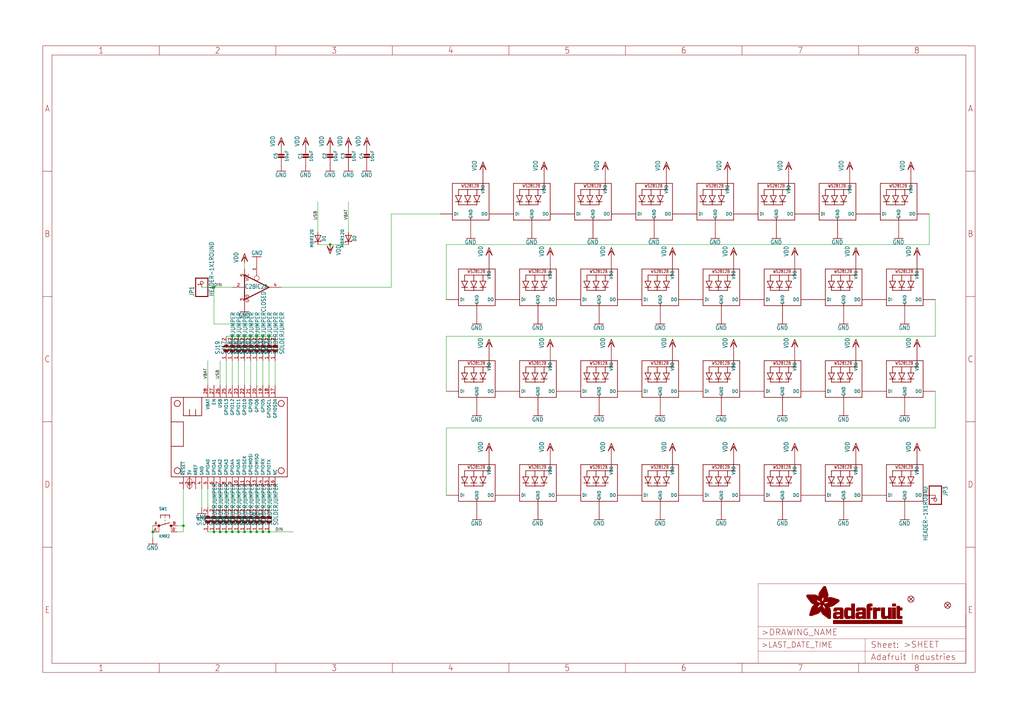
<source format=kicad_sch>
(kicad_sch (version 20211123) (generator eeschema)
  (paper "User" 425.45 299.161)
  (lib_symbols
    (symbol "schematicEagle-eagle-import:741G125DBV"
      (property "Reference" "IC" (at -0.635 -0.635 0))
      (symbol "741G125DBV_1_0"
        (pin input line (at 0 10.16 270) (length 5.08) (name "OE") (number "1"))
        (pin input line (at -10.16 0 0) (length 5.08) (name "I") (number "2"))
        (pin tri_state line (at 10.16 0 180) (length 5.08) (name "O") (number "4"))
      )
      (symbol "741G125DBV_2_0"
        (text "GND" (at 1.905 -6.35 900) (effects (font (size 1.27 1.0795)) (justify left bottom)))
        (text "VCC" (at 1.905 2.54 900) (effects (font (size 1.27 1.0795)) (justify left bottom)))
        (pin power_in line (at 0 -7.62 90) (length 5.08) (name "GND") (number "3"))
        (pin power_in line (at 0 7.62 270) (length 5.08) (name "VCC") (number "5"))
      )
    )
    (symbol "schematicEagle-eagle-import:CAP_CERAMIC0805-NOOUTLINE"
      (property "Reference" "C" (at -2.29 1.25 90))
      (property "Value" "CAP_CERAMIC0805-NOOUTLINE" (at 2.3 1.25 90))
      (symbol "CAP_CERAMIC0805-NOOUTLINE_1_0"
        (pin passive line (at 0 5.08 270) (length 2.54) (name "1") (number "1"))
        (pin passive line (at 0 -2.54 90) (length 2.54) (name "2") (number "2"))
      )
    )
    (symbol "schematicEagle-eagle-import:DIODE-SCHOTTKYSOD-123"
      (property "Reference" "D" (at 0 2.54 0))
      (property "Value" "DIODE-SCHOTTKYSOD-123" (at 0 -2.5 0))
      (symbol "DIODE-SCHOTTKYSOD-123_1_0"
        (pin passive line (at -2.54 0 0) (length 2.54) (name "A") (number "A"))
        (pin passive line (at 2.54 0 180) (length 2.54) (name "C") (number "C"))
      )
    )
    (symbol "schematicEagle-eagle-import:FEATHERWING"
      (symbol "FEATHERWING_1_0"
        (pin input line (at 5.08 -5.08 90) (length 5.08) (name "~{RESET}") (number "1"))
        (pin bidirectional line (at 27.94 -5.08 90) (length 5.08) (name "GPIOA5") (number "10"))
        (pin bidirectional line (at 30.48 -5.08 90) (length 5.08) (name "GPIOSCK") (number "11"))
        (pin bidirectional line (at 33.02 -5.08 90) (length 5.08) (name "GPIOMOSI") (number "12"))
        (pin bidirectional line (at 35.56 -5.08 90) (length 5.08) (name "GPIOMISO") (number "13"))
        (pin bidirectional line (at 38.1 -5.08 90) (length 5.08) (name "GPIORX") (number "14"))
        (pin bidirectional line (at 40.64 -5.08 90) (length 5.08) (name "GPIOTX") (number "15"))
        (pin passive line (at 43.18 -5.08 90) (length 5.08) (name "NC") (number "16"))
        (pin bidirectional line (at 43.18 38.1 270) (length 5.08) (name "GPIOSDA") (number "17"))
        (pin bidirectional line (at 40.64 38.1 270) (length 5.08) (name "GPIOSCL") (number "18"))
        (pin bidirectional line (at 38.1 38.1 270) (length 5.08) (name "GPIO5") (number "19"))
        (pin power_in line (at 7.62 -5.08 90) (length 5.08) (name "3V") (number "2"))
        (pin bidirectional line (at 35.56 38.1 270) (length 5.08) (name "GPIO6") (number "20"))
        (pin bidirectional line (at 33.02 38.1 270) (length 5.08) (name "GPIO9") (number "21"))
        (pin bidirectional line (at 30.48 38.1 270) (length 5.08) (name "GPIO10") (number "22"))
        (pin bidirectional line (at 27.94 38.1 270) (length 5.08) (name "GPIO11") (number "23"))
        (pin bidirectional line (at 25.4 38.1 270) (length 5.08) (name "GPIO12") (number "24"))
        (pin bidirectional line (at 22.86 38.1 270) (length 5.08) (name "GPIO13") (number "25"))
        (pin power_in line (at 20.32 38.1 270) (length 5.08) (name "USB") (number "26"))
        (pin passive line (at 17.78 38.1 270) (length 5.08) (name "EN") (number "27"))
        (pin power_in line (at 15.24 38.1 270) (length 5.08) (name "VBAT") (number "28"))
        (pin passive line (at 10.16 -5.08 90) (length 5.08) (name "AREF") (number "3"))
        (pin power_in line (at 12.7 -5.08 90) (length 5.08) (name "GND") (number "4"))
        (pin bidirectional line (at 15.24 -5.08 90) (length 5.08) (name "GPIOA0") (number "5"))
        (pin bidirectional line (at 17.78 -5.08 90) (length 5.08) (name "GPIOA1") (number "6"))
        (pin bidirectional line (at 20.32 -5.08 90) (length 5.08) (name "GPIOA2") (number "7"))
        (pin bidirectional line (at 22.86 -5.08 90) (length 5.08) (name "GPIOA3") (number "8"))
        (pin bidirectional line (at 25.4 -5.08 90) (length 5.08) (name "GPIOA4") (number "9"))
      )
    )
    (symbol "schematicEagle-eagle-import:FIDUCIAL{dblquote}{dblquote}")
    (symbol "schematicEagle-eagle-import:FRAME_A3_ADAFRUIT"
      (symbol "FRAME_A3_ADAFRUIT_0_0"
        (text "1" (at 24.2094 1.905 0) (effects (font (size 2.54 2.286))))
        (text "1" (at 24.2094 258.445 0) (effects (font (size 2.54 2.286))))
        (text "2" (at 72.6281 1.905 0) (effects (font (size 2.54 2.286))))
        (text "2" (at 72.6281 258.445 0) (effects (font (size 2.54 2.286))))
        (text "3" (at 121.0469 1.905 0) (effects (font (size 2.54 2.286))))
        (text "3" (at 121.0469 258.445 0) (effects (font (size 2.54 2.286))))
        (text "4" (at 169.4656 1.905 0) (effects (font (size 2.54 2.286))))
        (text "4" (at 169.4656 258.445 0) (effects (font (size 2.54 2.286))))
        (text "5" (at 217.8844 1.905 0) (effects (font (size 2.54 2.286))))
        (text "5" (at 217.8844 258.445 0) (effects (font (size 2.54 2.286))))
        (text "6" (at 266.3031 1.905 0) (effects (font (size 2.54 2.286))))
        (text "6" (at 266.3031 258.445 0) (effects (font (size 2.54 2.286))))
        (text "7" (at 314.7219 1.905 0) (effects (font (size 2.54 2.286))))
        (text "7" (at 314.7219 258.445 0) (effects (font (size 2.54 2.286))))
        (text "8" (at 363.1406 1.905 0) (effects (font (size 2.54 2.286))))
        (text "8" (at 363.1406 258.445 0) (effects (font (size 2.54 2.286))))
        (text "A" (at 1.905 234.315 0) (effects (font (size 2.54 2.286))))
        (text "A" (at 385.445 234.315 0) (effects (font (size 2.54 2.286))))
        (text "B" (at 1.905 182.245 0) (effects (font (size 2.54 2.286))))
        (text "B" (at 385.445 182.245 0) (effects (font (size 2.54 2.286))))
        (text "C" (at 1.905 130.175 0) (effects (font (size 2.54 2.286))))
        (text "C" (at 385.445 130.175 0) (effects (font (size 2.54 2.286))))
        (text "D" (at 1.905 78.105 0) (effects (font (size 2.54 2.286))))
        (text "D" (at 385.445 78.105 0) (effects (font (size 2.54 2.286))))
        (text "E" (at 1.905 26.035 0) (effects (font (size 2.54 2.286))))
        (text "E" (at 385.445 26.035 0) (effects (font (size 2.54 2.286))))
      )
      (symbol "FRAME_A3_ADAFRUIT_1_0"
        (text ">DRAWING_NAME" (at 298.45 15.24 0) (effects (font (size 2.54 2.54)) (justify left bottom)))
        (text ">LAST_DATE_TIME" (at 298.45 10.16 0) (effects (font (size 2.286 2.286)) (justify left bottom)))
        (text ">SHEET" (at 357.505 10.16 0) (effects (font (size 2.54 2.54)) (justify left bottom)))
        (text "Adafruit Industries" (at 343.916 4.953 0) (effects (font (size 2.54 2.54)) (justify left bottom)))
        (text "Sheet:" (at 343.916 10.033 0) (effects (font (size 2.54 2.54)) (justify left bottom)))
      )
    )
    (symbol "schematicEagle-eagle-import:GND" (power)
      (property "Value" "GND" (at -2.54 -2.54 0))
      (symbol "GND_1_0"
        (pin power_in line (at 0 2.54 270) (length 2.54) (name "GND") (number "1"))
      )
    )
    (symbol "schematicEagle-eagle-import:HEADER-1X1ROUND"
      (property "Reference" "JP" (at -6.35 3.175 0))
      (property "Value" "HEADER-1X1ROUND" (at -6.35 -5.08 0))
      (symbol "HEADER-1X1ROUND_1_0"
        (pin passive inverted (at -2.54 0 0) (length 2.54) (name "1") (number "1"))
      )
    )
    (symbol "schematicEagle-eagle-import:SOLDERJUMPER"
      (property "Reference" "SJ" (at -2.54 2.54 0))
      (property "Value" "SOLDERJUMPER" (at -2.54 -3.81 0))
      (symbol "SOLDERJUMPER_1_0"
        (pin passive line (at -5.08 0 0) (length 2.54) (name "1") (number "1"))
        (pin passive line (at 5.08 0 180) (length 2.54) (name "2") (number "2"))
      )
    )
    (symbol "schematicEagle-eagle-import:SOLDERJUMPERCLOSED"
      (property "Reference" "SJ" (at -2.54 2.54 0))
      (property "Value" "SOLDERJUMPERCLOSED" (at -2.54 -3.81 0))
      (symbol "SOLDERJUMPERCLOSED_1_0"
        (pin passive line (at -5.08 0 0) (length 2.54) (name "1") (number "1"))
        (pin passive line (at 5.08 0 180) (length 2.54) (name "2") (number "2"))
      )
    )
    (symbol "schematicEagle-eagle-import:SWITCH_TACT_SMT4.6X2.8"
      (property "Reference" "SW" (at -2.54 6.35 0))
      (property "Value" "SWITCH_TACT_SMT4.6X2.8" (at -2.54 -5.08 0))
      (symbol "SWITCH_TACT_SMT4.6X2.8_1_0"
        (pin passive line (at -5.08 0 0) (length 2.54) (name "P") (number "A"))
        (pin passive line (at -5.08 -2.54 0) (length 2.54) (name "P1") (number "A'"))
        (pin passive line (at 5.08 0 180) (length 2.54) (name "S") (number "B"))
        (pin passive line (at 5.08 -2.54 180) (length 2.54) (name "S1") (number "B'"))
      )
    )
    (symbol "schematicEagle-eagle-import:VDD" (power)
      (property "Value" "VDD" (at -2.54 -2.54 90))
      (symbol "VDD_1_0"
        (pin power_in line (at 0 -2.54 90) (length 2.54) (name "VDD") (number "1"))
      )
    )
    (symbol "schematicEagle-eagle-import:WS2812B3535"
      (symbol "WS2812B3535_1_0"
        (text "WS2812B" (at -4.064 8.382 0) (effects (font (size 1.27 1.0795)) (justify left bottom)))
        (pin input line (at -12.7 -2.54 0) (length 5.08) (name "DI") (number "1"))
        (pin power_in line (at 5.08 15.24 270) (length 5.08) (name "VDD") (number "2"))
        (pin output line (at 12.7 -2.54 180) (length 5.08) (name "DO") (number "3"))
        (pin power_in line (at 0 -10.16 90) (length 5.08) (name "GND") (number "4"))
      )
    )
  )
  (junction (at 88.9 220.98))
  (junction (at 106.68 220.98))
  (junction (at 109.22 220.98))
  (junction (at 137.16 101.6))
  (junction (at 101.6 139.7))
  (junction (at 104.14 139.7))
  (junction (at 96.52 220.98))
  (junction (at 63.5 220.98))
  (junction (at 99.06 220.98))
  (junction (at 106.68 139.7))
  (junction (at 111.76 220.98))
  (junction (at 93.98 220.98))
  (junction (at 104.14 220.98))
  (junction (at 99.06 139.7))
  (junction (at 101.6 220.98))
  (junction (at 88.9 119.38))
  (junction (at 96.52 139.7))
  (junction (at 91.44 220.98))
  (junction (at 111.76 139.7))
  (junction (at 76.2 218.44))
  (junction (at 109.22 139.7))
  (wire (pts (xy 185.42 162.56) (xy 185.42 139.7)))
  (wire (pts (xy 86.36 220.98) (xy 88.9 220.98)))
  (wire (pts (xy 185.42 205.74) (xy 185.42 177.8)))
  (wire (pts (xy 111.76 139.7) (xy 114.3 139.7)))
  (wire (pts (xy 93.98 210.82) (xy 93.98 203.2)))
  (wire (pts (xy 111.76 220.98) (xy 121.92 220.98)))
  (wire (pts (xy 91.44 210.82) (xy 91.44 203.2)))
  (wire (pts (xy 106.68 139.7) (xy 109.22 139.7)))
  (wire (pts (xy 101.6 149.86) (xy 101.6 160.02)))
  (wire (pts (xy 88.9 134.62) (xy 88.9 119.38)))
  (wire (pts (xy 104.14 139.7) (xy 106.68 139.7)))
  (wire (pts (xy 109.22 220.98) (xy 111.76 220.98)))
  (wire (pts (xy 96.52 149.86) (xy 96.52 160.02)))
  (wire (pts (xy 109.22 149.86) (xy 109.22 160.02)))
  (wire (pts (xy 99.06 139.7) (xy 101.6 139.7)))
  (wire (pts (xy 101.6 111.76) (xy 101.6 109.22)))
  (wire (pts (xy 96.52 220.98) (xy 99.06 220.98)))
  (wire (pts (xy 101.6 210.82) (xy 101.6 203.2)))
  (wire (pts (xy 76.2 203.2) (xy 76.2 218.44)))
  (wire (pts (xy 185.42 177.8) (xy 388.62 177.8)))
  (wire (pts (xy 76.2 220.98) (xy 73.66 220.98)))
  (wire (pts (xy 88.9 119.38) (xy 96.52 119.38)))
  (wire (pts (xy 104.14 149.86) (xy 104.14 160.02)))
  (wire (pts (xy 93.98 220.98) (xy 96.52 220.98)))
  (wire (pts (xy 101.6 139.7) (xy 104.14 139.7)))
  (wire (pts (xy 99.06 210.82) (xy 99.06 203.2)))
  (wire (pts (xy 106.68 134.62) (xy 88.9 134.62)))
  (wire (pts (xy 185.42 124.46) (xy 185.42 101.6)))
  (wire (pts (xy 388.62 139.7) (xy 388.62 124.46)))
  (wire (pts (xy 386.08 101.6) (xy 386.08 88.9)))
  (wire (pts (xy 63.5 220.98) (xy 63.5 223.52)))
  (wire (pts (xy 106.68 210.82) (xy 106.68 203.2)))
  (wire (pts (xy 88.9 220.98) (xy 91.44 220.98)))
  (wire (pts (xy 96.52 210.82) (xy 96.52 203.2)))
  (wire (pts (xy 86.36 210.82) (xy 86.36 203.2)))
  (wire (pts (xy 388.62 177.8) (xy 388.62 162.56)))
  (wire (pts (xy 104.14 210.82) (xy 104.14 203.2)))
  (wire (pts (xy 96.52 139.7) (xy 99.06 139.7)))
  (wire (pts (xy 137.16 101.6) (xy 144.78 101.6)))
  (wire (pts (xy 91.44 220.98) (xy 93.98 220.98)))
  (wire (pts (xy 132.08 96.52) (xy 132.08 83.82)))
  (wire (pts (xy 93.98 139.7) (xy 96.52 139.7)))
  (wire (pts (xy 104.14 220.98) (xy 106.68 220.98)))
  (wire (pts (xy 132.08 101.6) (xy 137.16 101.6)))
  (wire (pts (xy 99.06 149.86) (xy 99.06 160.02)))
  (wire (pts (xy 144.78 96.52) (xy 144.78 83.82)))
  (wire (pts (xy 106.68 139.7) (xy 106.68 134.62)))
  (wire (pts (xy 83.82 210.82) (xy 83.82 203.2)))
  (wire (pts (xy 63.5 218.44) (xy 63.5 220.98)))
  (wire (pts (xy 91.44 149.86) (xy 91.44 160.02)))
  (wire (pts (xy 185.42 139.7) (xy 388.62 139.7)))
  (wire (pts (xy 162.56 119.38) (xy 162.56 88.9)))
  (wire (pts (xy 76.2 218.44) (xy 76.2 220.98)))
  (wire (pts (xy 93.98 149.86) (xy 93.98 160.02)))
  (wire (pts (xy 106.68 220.98) (xy 109.22 220.98)))
  (wire (pts (xy 116.84 119.38) (xy 162.56 119.38)))
  (wire (pts (xy 88.9 210.82) (xy 88.9 203.2)))
  (wire (pts (xy 86.36 149.86) (xy 86.36 160.02)))
  (wire (pts (xy 109.22 210.82) (xy 109.22 203.2)))
  (wire (pts (xy 109.22 139.7) (xy 111.76 139.7)))
  (wire (pts (xy 73.66 218.44) (xy 76.2 218.44)))
  (wire (pts (xy 162.56 88.9) (xy 182.88 88.9)))
  (wire (pts (xy 99.06 220.98) (xy 101.6 220.98)))
  (wire (pts (xy 111.76 149.86) (xy 111.76 160.02)))
  (wire (pts (xy 106.68 149.86) (xy 106.68 160.02)))
  (wire (pts (xy 111.76 210.82) (xy 111.76 203.2)))
  (wire (pts (xy 185.42 101.6) (xy 386.08 101.6)))
  (wire (pts (xy 114.3 149.86) (xy 114.3 160.02)))
  (wire (pts (xy 101.6 220.98) (xy 104.14 220.98)))
  (wire (pts (xy 83.82 119.38) (xy 88.9 119.38)))
  (label "DIN" (at 88.9 119.38 0) (effects (font (size 1.2446 1.2446))))
  (label "DIN" (at 114.3 220.98 0) (effects (font (size 1.2446 1.2446))))
  (label "USB" (at 132.08 91.44 90) (effects (font (size 1.2446 1.2446))))
  (label "VBAT" (at 144.78 91.44 90) (effects (font (size 1.2446 1.2446))))
  (label "USB" (at 91.44 157.48 90) (effects (font (size 1.2446 1.2446))))
  (label "VBAT" (at 86.36 157.48 90) (effects (font (size 1.2446 1.2446))))
  (global_label "3V" (shape bidirectional) (at 78.74 203.2 90) (effects (font (size 1.016 1.016))) (property "Intersheet References" "${INTERSHEET_REFS}" (effects hide)))
  (symbol (lib_id "schematicEagle-eagle-import:GND") (at 274.32 215.9 0) (unit 1)
    (property "Reference" "#GND37" (effects hide))
    (property "Value" "GND" (at 271.78 218.44 0) (effects (font (size 1.778 1.5113)) (justify left bottom)))
    (property "Footprint" "schematicEagle:" (effects hide))
  )
  (symbol (lib_id "schematicEagle-eagle-import:VDD") (at 228.6 104.14 0) (unit 1)
    (property "Reference" "#VDD22" (effects hide))
    (property "Value" "VDD" (at 226.06 106.68 90) (effects (font (size 1.778 1.5113)) (justify left bottom)))
    (property "Footprint" "schematicEagle:" (effects hide))
  )
  (symbol (lib_id "schematicEagle-eagle-import:SOLDERJUMPER") (at 86.36 215.9 90) (unit 1)
    (property "Reference" "SJ1" (at 83.82 218.44 0) (effects (font (size 1.778 1.5113)) (justify left bottom)))
    (property "Value" "SOLDERJUMPER" (at 90.17 218.44 0) (effects (font (size 1.778 1.5113)) (justify left bottom)))
    (property "Footprint" "schematicEagle:SOLDERJUMPER_ARROW_NOPASTE" (effects hide))
  )
  (symbol (lib_id "schematicEagle-eagle-import:SOLDERJUMPER") (at 104.14 215.9 90) (unit 1)
    (property "Reference" "SJ8" (at 101.6 218.44 0) (effects (font (size 1.778 1.5113)) (justify left bottom)))
    (property "Value" "SOLDERJUMPER" (at 107.95 218.44 0) (effects (font (size 1.778 1.5113)) (justify left bottom)))
    (property "Footprint" "schematicEagle:SOLDERJUMPER_ARROW_NOPASTE" (effects hide))
  )
  (symbol (lib_id "schematicEagle-eagle-import:VDD") (at 355.6 185.42 0) (unit 1)
    (property "Reference" "#VDD38" (effects hide))
    (property "Value" "VDD" (at 353.06 187.96 90) (effects (font (size 1.778 1.5113)) (justify left bottom)))
    (property "Footprint" "schematicEagle:" (effects hide))
  )
  (symbol (lib_id "schematicEagle-eagle-import:WS2812B3535") (at 223.52 203.2 0) (unit 1)
    (property "Reference" "LED20" (effects hide))
    (property "Value" "WS2812B3535" (effects hide))
    (property "Footprint" "schematicEagle:LED3535" (effects hide))
  )
  (symbol (lib_id "schematicEagle-eagle-import:VDD") (at 330.2 104.14 0) (unit 1)
    (property "Reference" "#VDD18" (effects hide))
    (property "Value" "VDD" (at 327.66 106.68 90) (effects (font (size 1.778 1.5113)) (justify left bottom)))
    (property "Footprint" "schematicEagle:" (effects hide))
  )
  (symbol (lib_id "schematicEagle-eagle-import:WS2812B3535") (at 322.58 86.36 0) (unit 1)
    (property "Reference" "LED6" (effects hide))
    (property "Value" "WS2812B3535" (effects hide))
    (property "Footprint" "schematicEagle:LED3535" (effects hide))
  )
  (symbol (lib_id "schematicEagle-eagle-import:WS2812B3535") (at 350.52 160.02 0) (unit 1)
    (property "Reference" "LED29" (effects hide))
    (property "Value" "WS2812B3535" (effects hide))
    (property "Footprint" "schematicEagle:LED3535" (effects hide))
  )
  (symbol (lib_id "schematicEagle-eagle-import:VDD") (at 254 185.42 0) (unit 1)
    (property "Reference" "#VDD34" (effects hide))
    (property "Value" "VDD" (at 251.46 187.96 90) (effects (font (size 1.778 1.5113)) (justify left bottom)))
    (property "Footprint" "schematicEagle:" (effects hide))
  )
  (symbol (lib_id "schematicEagle-eagle-import:WS2812B3535") (at 299.72 121.92 0) (unit 1)
    (property "Reference" "LED11" (effects hide))
    (property "Value" "WS2812B3535" (effects hide))
    (property "Footprint" "schematicEagle:LED3535" (effects hide))
  )
  (symbol (lib_id "schematicEagle-eagle-import:GND") (at 63.5 226.06 0) (unit 1)
    (property "Reference" "#GND4" (effects hide))
    (property "Value" "GND" (at 60.96 228.6 0) (effects (font (size 1.778 1.5113)) (justify left bottom)))
    (property "Footprint" "schematicEagle:" (effects hide))
  )
  (symbol (lib_id "schematicEagle-eagle-import:VDD") (at 381 142.24 0) (unit 1)
    (property "Reference" "#VDD31" (effects hide))
    (property "Value" "VDD" (at 378.46 144.78 90) (effects (font (size 1.778 1.5113)) (justify left bottom)))
    (property "Footprint" "schematicEagle:" (effects hide))
  )
  (symbol (lib_id "schematicEagle-eagle-import:HEADER-1X1ROUND") (at 388.62 208.28 270) (unit 1)
    (property "Reference" "JP3" (at 391.795 201.93 0) (effects (font (size 1.778 1.5113)) (justify left bottom)))
    (property "Value" "HEADER-1X1ROUND" (at 383.54 201.93 0) (effects (font (size 1.778 1.5113)) (justify left bottom)))
    (property "Footprint" "schematicEagle:1X01_ROUND" (effects hide))
  )
  (symbol (lib_id "schematicEagle-eagle-import:GND") (at 248.92 172.72 0) (unit 1)
    (property "Reference" "#GND28" (effects hide))
    (property "Value" "GND" (at 246.38 175.26 0) (effects (font (size 1.778 1.5113)) (justify left bottom)))
    (property "Footprint" "schematicEagle:" (effects hide))
  )
  (symbol (lib_id "schematicEagle-eagle-import:VDD") (at 378.46 68.58 0) (unit 1)
    (property "Reference" "#VDD15" (effects hide))
    (property "Value" "VDD" (at 375.92 71.12 90) (effects (font (size 1.778 1.5113)) (justify left bottom)))
    (property "Footprint" "schematicEagle:" (effects hide))
  )
  (symbol (lib_id "schematicEagle-eagle-import:SOLDERJUMPER") (at 101.6 215.9 90) (unit 1)
    (property "Reference" "SJ7" (at 99.06 218.44 0) (effects (font (size 1.778 1.5113)) (justify left bottom)))
    (property "Value" "SOLDERJUMPER" (at 105.41 218.44 0) (effects (font (size 1.778 1.5113)) (justify left bottom)))
    (property "Footprint" "schematicEagle:SOLDERJUMPER_ARROW_NOPASTE" (effects hide))
  )
  (symbol (lib_id "schematicEagle-eagle-import:GND") (at 106.68 106.68 180) (unit 1)
    (property "Reference" "#GND2" (effects hide))
    (property "Value" "GND" (at 109.22 104.14 0) (effects (font (size 1.778 1.5113)) (justify left bottom)))
    (property "Footprint" "schematicEagle:" (effects hide))
  )
  (symbol (lib_id "schematicEagle-eagle-import:GND") (at 198.12 215.9 0) (unit 1)
    (property "Reference" "#GND34" (effects hide))
    (property "Value" "GND" (at 195.58 218.44 0) (effects (font (size 1.778 1.5113)) (justify left bottom)))
    (property "Footprint" "schematicEagle:" (effects hide))
  )
  (symbol (lib_id "schematicEagle-eagle-import:SOLDERJUMPER") (at 93.98 144.78 90) (unit 1)
    (property "Reference" "SJ19" (at 91.44 147.32 0) (effects (font (size 1.778 1.5113)) (justify left bottom)))
    (property "Value" "SOLDERJUMPER" (at 97.79 147.32 0) (effects (font (size 1.778 1.5113)) (justify left bottom)))
    (property "Footprint" "schematicEagle:SOLDERJUMPER_ARROW_NOPASTE" (effects hide))
  )
  (symbol (lib_id "schematicEagle-eagle-import:GND") (at 350.52 172.72 0) (unit 1)
    (property "Reference" "#GND32" (effects hide))
    (property "Value" "GND" (at 347.98 175.26 0) (effects (font (size 1.778 1.5113)) (justify left bottom)))
    (property "Footprint" "schematicEagle:" (effects hide))
  )
  (symbol (lib_id "schematicEagle-eagle-import:VDD") (at 101.6 106.68 0) (unit 1)
    (property "Reference" "#VDD2" (effects hide))
    (property "Value" "VDD" (at 99.06 109.22 90) (effects (font (size 1.778 1.5113)) (justify left bottom)))
    (property "Footprint" "schematicEagle:" (effects hide))
  )
  (symbol (lib_id "schematicEagle-eagle-import:GND") (at 144.78 71.12 0) (unit 1)
    (property "Reference" "#GND5" (effects hide))
    (property "Value" "GND" (at 142.24 73.66 0) (effects (font (size 1.778 1.5113)) (justify left bottom)))
    (property "Footprint" "schematicEagle:" (effects hide))
  )
  (symbol (lib_id "schematicEagle-eagle-import:GND") (at 198.12 172.72 0) (unit 1)
    (property "Reference" "#GND26" (effects hide))
    (property "Value" "GND" (at 195.58 175.26 0) (effects (font (size 1.778 1.5113)) (justify left bottom)))
    (property "Footprint" "schematicEagle:" (effects hide))
  )
  (symbol (lib_id "schematicEagle-eagle-import:VDD") (at 279.4 142.24 0) (unit 1)
    (property "Reference" "#VDD27" (effects hide))
    (property "Value" "VDD" (at 276.86 144.78 90) (effects (font (size 1.778 1.5113)) (justify left bottom)))
    (property "Footprint" "schematicEagle:" (effects hide))
  )
  (symbol (lib_id "schematicEagle-eagle-import:DIODE-SCHOTTKYSOD-123") (at 132.08 99.06 270) (unit 1)
    (property "Reference" "D1" (at 134.62 99.06 0))
    (property "Value" "MBR120" (at 129.58 99.06 0))
    (property "Footprint" "schematicEagle:SOD-123" (effects hide))
  )
  (symbol (lib_id "schematicEagle-eagle-import:FIDUCIAL{dblquote}{dblquote}") (at 378.46 248.92 0) (unit 1)
    (property "Reference" "FID3" (effects hide))
    (property "Value" "FIDUCIAL{dblquote}{dblquote}" (effects hide))
    (property "Footprint" "schematicEagle:FIDUCIAL_1MM" (effects hide))
  )
  (symbol (lib_id "schematicEagle-eagle-import:VDD") (at 279.4 104.14 0) (unit 1)
    (property "Reference" "#VDD20" (effects hide))
    (property "Value" "VDD" (at 276.86 106.68 90) (effects (font (size 1.778 1.5113)) (justify left bottom)))
    (property "Footprint" "schematicEagle:" (effects hide))
  )
  (symbol (lib_id "schematicEagle-eagle-import:SOLDERJUMPER") (at 114.3 144.78 90) (unit 1)
    (property "Reference" "SJ12" (at 111.76 147.32 0) (effects (font (size 1.778 1.5113)) (justify left bottom)))
    (property "Value" "SOLDERJUMPER" (at 118.11 147.32 0) (effects (font (size 1.778 1.5113)) (justify left bottom)))
    (property "Footprint" "schematicEagle:SOLDERJUMPER_ARROW_NOPASTE" (effects hide))
  )
  (symbol (lib_id "schematicEagle-eagle-import:SOLDERJUMPER") (at 109.22 215.9 90) (unit 1)
    (property "Reference" "SJ10" (at 106.68 218.44 0) (effects (font (size 1.778 1.5113)) (justify left bottom)))
    (property "Value" "SOLDERJUMPER" (at 113.03 218.44 0) (effects (font (size 1.778 1.5113)) (justify left bottom)))
    (property "Footprint" "schematicEagle:SOLDERJUMPER_ARROW_NOPASTE" (effects hide))
  )
  (symbol (lib_id "schematicEagle-eagle-import:FRAME_A3_ADAFRUIT") (at 17.78 279.4 0) (unit 1)
    (property "Reference" "#U$5" (effects hide))
    (property "Value" "FRAME_A3_ADAFRUIT" (effects hide))
    (property "Footprint" "schematicEagle:" (effects hide))
  )
  (symbol (lib_id "schematicEagle-eagle-import:GND") (at 350.52 215.9 0) (unit 1)
    (property "Reference" "#GND40" (effects hide))
    (property "Value" "GND" (at 347.98 218.44 0) (effects (font (size 1.778 1.5113)) (justify left bottom)))
    (property "Footprint" "schematicEagle:" (effects hide))
  )
  (symbol (lib_id "schematicEagle-eagle-import:GND") (at 299.72 134.62 0) (unit 1)
    (property "Reference" "#GND21" (effects hide))
    (property "Value" "GND" (at 297.18 137.16 0) (effects (font (size 1.778 1.5113)) (justify left bottom)))
    (property "Footprint" "schematicEagle:" (effects hide))
  )
  (symbol (lib_id "schematicEagle-eagle-import:GND") (at 350.52 134.62 0) (unit 1)
    (property "Reference" "#GND19" (effects hide))
    (property "Value" "GND" (at 347.98 137.16 0) (effects (font (size 1.778 1.5113)) (justify left bottom)))
    (property "Footprint" "schematicEagle:" (effects hide))
  )
  (symbol (lib_id "schematicEagle-eagle-import:VDD") (at 137.16 58.42 0) (unit 1)
    (property "Reference" "#VDD4" (effects hide))
    (property "Value" "VDD" (at 134.62 60.96 90) (effects (font (size 1.778 1.5113)) (justify left bottom)))
    (property "Footprint" "schematicEagle:" (effects hide))
  )
  (symbol (lib_id "schematicEagle-eagle-import:GND") (at 274.32 172.72 0) (unit 1)
    (property "Reference" "#GND29" (effects hide))
    (property "Value" "GND" (at 271.78 175.26 0) (effects (font (size 1.778 1.5113)) (justify left bottom)))
    (property "Footprint" "schematicEagle:" (effects hide))
  )
  (symbol (lib_id "schematicEagle-eagle-import:VDD") (at 226.06 68.58 0) (unit 1)
    (property "Reference" "#VDD9" (effects hide))
    (property "Value" "VDD" (at 223.52 71.12 90) (effects (font (size 1.778 1.5113)) (justify left bottom)))
    (property "Footprint" "schematicEagle:" (effects hide))
  )
  (symbol (lib_id "schematicEagle-eagle-import:WS2812B3535") (at 248.92 121.92 0) (unit 1)
    (property "Reference" "LED9" (effects hide))
    (property "Value" "WS2812B3535" (effects hide))
    (property "Footprint" "schematicEagle:LED3535" (effects hide))
  )
  (symbol (lib_id "schematicEagle-eagle-import:CAP_CERAMIC0805-NOOUTLINE") (at 137.16 66.04 0) (unit 1)
    (property "Reference" "C2" (at 134.87 64.79 90))
    (property "Value" "10uF" (at 139.46 64.79 90))
    (property "Footprint" "schematicEagle:0805-NO" (effects hide))
  )
  (symbol (lib_id "schematicEagle-eagle-import:GND") (at 375.92 172.72 0) (unit 1)
    (property "Reference" "#GND33" (effects hide))
    (property "Value" "GND" (at 373.38 175.26 0) (effects (font (size 1.778 1.5113)) (justify left bottom)))
    (property "Footprint" "schematicEagle:" (effects hide))
  )
  (symbol (lib_id "schematicEagle-eagle-import:VDD") (at 330.2 185.42 0) (unit 1)
    (property "Reference" "#VDD37" (effects hide))
    (property "Value" "VDD" (at 327.66 187.96 90) (effects (font (size 1.778 1.5113)) (justify left bottom)))
    (property "Footprint" "schematicEagle:" (effects hide))
  )
  (symbol (lib_id "schematicEagle-eagle-import:VDD") (at 302.26 68.58 0) (unit 1)
    (property "Reference" "#VDD12" (effects hide))
    (property "Value" "VDD" (at 299.72 71.12 90) (effects (font (size 1.778 1.5113)) (justify left bottom)))
    (property "Footprint" "schematicEagle:" (effects hide))
  )
  (symbol (lib_id "schematicEagle-eagle-import:WS2812B3535") (at 347.98 86.36 0) (unit 1)
    (property "Reference" "LED25" (effects hide))
    (property "Value" "WS2812B3535" (effects hide))
    (property "Footprint" "schematicEagle:LED3535" (effects hide))
  )
  (symbol (lib_id "schematicEagle-eagle-import:SOLDERJUMPER") (at 91.44 215.9 90) (unit 1)
    (property "Reference" "SJ3" (at 88.9 218.44 0) (effects (font (size 1.778 1.5113)) (justify left bottom)))
    (property "Value" "SOLDERJUMPER" (at 95.25 218.44 0) (effects (font (size 1.778 1.5113)) (justify left bottom)))
    (property "Footprint" "schematicEagle:SOLDERJUMPER_ARROW_NOPASTE" (effects hide))
  )
  (symbol (lib_id "schematicEagle-eagle-import:SOLDERJUMPER") (at 111.76 215.9 90) (unit 1)
    (property "Reference" "SJ11" (at 109.22 218.44 0) (effects (font (size 1.778 1.5113)) (justify left bottom)))
    (property "Value" "SOLDERJUMPER" (at 115.57 218.44 0) (effects (font (size 1.778 1.5113)) (justify left bottom)))
    (property "Footprint" "schematicEagle:SOLDERJUMPER_ARROW_NOPASTE" (effects hide))
  )
  (symbol (lib_id "schematicEagle-eagle-import:CAP_CERAMIC0805-NOOUTLINE") (at 144.78 66.04 0) (unit 1)
    (property "Reference" "C3" (at 142.49 64.79 90))
    (property "Value" "10uF" (at 147.08 64.79 90))
    (property "Footprint" "schematicEagle:0805-NO" (effects hide))
  )
  (symbol (lib_id "schematicEagle-eagle-import:GND") (at 223.52 215.9 0) (unit 1)
    (property "Reference" "#GND35" (effects hide))
    (property "Value" "GND" (at 220.98 218.44 0) (effects (font (size 1.778 1.5113)) (justify left bottom)))
    (property "Footprint" "schematicEagle:" (effects hide))
  )
  (symbol (lib_id "schematicEagle-eagle-import:WS2812B3535") (at 375.92 160.02 0) (unit 1)
    (property "Reference" "LED30" (effects hide))
    (property "Value" "WS2812B3535" (effects hide))
    (property "Footprint" "schematicEagle:LED3535" (effects hide))
  )
  (symbol (lib_id "schematicEagle-eagle-import:VDD") (at 251.46 68.58 0) (unit 1)
    (property "Reference" "#VDD10" (effects hide))
    (property "Value" "VDD" (at 248.92 71.12 90) (effects (font (size 1.778 1.5113)) (justify left bottom)))
    (property "Footprint" "schematicEagle:" (effects hide))
  )
  (symbol (lib_id "schematicEagle-eagle-import:WS2812B3535") (at 325.12 121.92 0) (unit 1)
    (property "Reference" "LED12" (effects hide))
    (property "Value" "WS2812B3535" (effects hide))
    (property "Footprint" "schematicEagle:LED3535" (effects hide))
  )
  (symbol (lib_id "schematicEagle-eagle-import:GND") (at 152.4 71.12 0) (unit 1)
    (property "Reference" "#GND8" (effects hide))
    (property "Value" "GND" (at 149.86 73.66 0) (effects (font (size 1.778 1.5113)) (justify left bottom)))
    (property "Footprint" "schematicEagle:" (effects hide))
  )
  (symbol (lib_id "schematicEagle-eagle-import:WS2812B3535") (at 350.52 203.2 0) (unit 1)
    (property "Reference" "LED31" (effects hide))
    (property "Value" "WS2812B3535" (effects hide))
    (property "Footprint" "schematicEagle:LED3535" (effects hide))
  )
  (symbol (lib_id "schematicEagle-eagle-import:CAP_CERAMIC0805-NOOUTLINE") (at 152.4 66.04 0) (unit 1)
    (property "Reference" "C4" (at 150.11 64.79 90))
    (property "Value" "10uF" (at 154.7 64.79 90))
    (property "Footprint" "schematicEagle:0805-NO" (effects hide))
  )
  (symbol (lib_id "schematicEagle-eagle-import:GND") (at 325.12 134.62 0) (unit 1)
    (property "Reference" "#GND20" (effects hide))
    (property "Value" "GND" (at 322.58 137.16 0) (effects (font (size 1.778 1.5113)) (justify left bottom)))
    (property "Footprint" "schematicEagle:" (effects hide))
  )
  (symbol (lib_id "schematicEagle-eagle-import:VDD") (at 381 104.14 0) (unit 1)
    (property "Reference" "#VDD16" (effects hide))
    (property "Value" "VDD" (at 378.46 106.68 90) (effects (font (size 1.778 1.5113)) (justify left bottom)))
    (property "Footprint" "schematicEagle:" (effects hide))
  )
  (symbol (lib_id "schematicEagle-eagle-import:GND") (at 116.84 71.12 0) (unit 1)
    (property "Reference" "#GND9" (effects hide))
    (property "Value" "GND" (at 114.3 73.66 0) (effects (font (size 1.778 1.5113)) (justify left bottom)))
    (property "Footprint" "schematicEagle:" (effects hide))
  )
  (symbol (lib_id "schematicEagle-eagle-import:WS2812B3535") (at 274.32 121.92 0) (unit 1)
    (property "Reference" "LED10" (effects hide))
    (property "Value" "WS2812B3535" (effects hide))
    (property "Footprint" "schematicEagle:LED3535" (effects hide))
  )
  (symbol (lib_id "schematicEagle-eagle-import:GND") (at 198.12 134.62 0) (unit 1)
    (property "Reference" "#GND25" (effects hide))
    (property "Value" "GND" (at 195.58 137.16 0) (effects (font (size 1.778 1.5113)) (justify left bottom)))
    (property "Footprint" "schematicEagle:" (effects hide))
  )
  (symbol (lib_id "schematicEagle-eagle-import:GND") (at 373.38 99.06 0) (unit 1)
    (property "Reference" "#GND17" (effects hide))
    (property "Value" "GND" (at 370.84 101.6 0) (effects (font (size 1.778 1.5113)) (justify left bottom)))
    (property "Footprint" "schematicEagle:" (effects hide))
  )
  (symbol (lib_id "schematicEagle-eagle-import:VDD") (at 228.6 185.42 0) (unit 1)
    (property "Reference" "#VDD33" (effects hide))
    (property "Value" "VDD" (at 226.06 187.96 90) (effects (font (size 1.778 1.5113)) (justify left bottom)))
    (property "Footprint" "schematicEagle:" (effects hide))
  )
  (symbol (lib_id "schematicEagle-eagle-import:FIDUCIAL{dblquote}{dblquote}") (at 393.7 251.46 0) (unit 1)
    (property "Reference" "FID1" (effects hide))
    (property "Value" "FIDUCIAL{dblquote}{dblquote}" (effects hide))
    (property "Footprint" "schematicEagle:FIDUCIAL_1MM" (effects hide))
  )
  (symbol (lib_id "schematicEagle-eagle-import:GND") (at 223.52 134.62 0) (unit 1)
    (property "Reference" "#GND24" (effects hide))
    (property "Value" "GND" (at 220.98 137.16 0) (effects (font (size 1.778 1.5113)) (justify left bottom)))
    (property "Footprint" "schematicEagle:" (effects hide))
  )
  (symbol (lib_id "schematicEagle-eagle-import:VDD") (at 254 104.14 0) (unit 1)
    (property "Reference" "#VDD21" (effects hide))
    (property "Value" "VDD" (at 251.46 106.68 90) (effects (font (size 1.778 1.5113)) (justify left bottom)))
    (property "Footprint" "schematicEagle:" (effects hide))
  )
  (symbol (lib_id "schematicEagle-eagle-import:VDD") (at 127 58.42 0) (unit 1)
    (property "Reference" "#VDD3" (effects hide))
    (property "Value" "VDD" (at 124.46 60.96 90) (effects (font (size 1.778 1.5113)) (justify left bottom)))
    (property "Footprint" "schematicEagle:" (effects hide))
  )
  (symbol (lib_id "schematicEagle-eagle-import:GND") (at 127 71.12 0) (unit 1)
    (property "Reference" "#GND7" (effects hide))
    (property "Value" "GND" (at 124.46 73.66 0) (effects (font (size 1.778 1.5113)) (justify left bottom)))
    (property "Footprint" "schematicEagle:" (effects hide))
  )
  (symbol (lib_id "schematicEagle-eagle-import:SOLDERJUMPER") (at 96.52 144.78 90) (unit 1)
    (property "Reference" "SJ17" (at 93.98 147.32 0) (effects (font (size 1.778 1.5113)) (justify left bottom)))
    (property "Value" "SOLDERJUMPER" (at 100.33 147.32 0) (effects (font (size 1.778 1.5113)) (justify left bottom)))
    (property "Footprint" "schematicEagle:SOLDERJUMPER_ARROW_NOPASTE" (effects hide))
  )
  (symbol (lib_id "schematicEagle-eagle-import:VDD") (at 228.6 142.24 0) (unit 1)
    (property "Reference" "#VDD25" (effects hide))
    (property "Value" "VDD" (at 226.06 144.78 90) (effects (font (size 1.778 1.5113)) (justify left bottom)))
    (property "Footprint" "schematicEagle:" (effects hide))
  )
  (symbol (lib_id "schematicEagle-eagle-import:GND") (at 297.18 99.06 0) (unit 1)
    (property "Reference" "#GND14" (effects hide))
    (property "Value" "GND" (at 294.64 101.6 0) (effects (font (size 1.778 1.5113)) (justify left bottom)))
    (property "Footprint" "schematicEagle:" (effects hide))
  )
  (symbol (lib_id "schematicEagle-eagle-import:VDD") (at 355.6 142.24 0) (unit 1)
    (property "Reference" "#VDD30" (effects hide))
    (property "Value" "VDD" (at 353.06 144.78 90) (effects (font (size 1.778 1.5113)) (justify left bottom)))
    (property "Footprint" "schematicEagle:" (effects hide))
  )
  (symbol (lib_id "schematicEagle-eagle-import:VDD") (at 304.8 142.24 0) (unit 1)
    (property "Reference" "#VDD28" (effects hide))
    (property "Value" "VDD" (at 302.26 144.78 90) (effects (font (size 1.778 1.5113)) (justify left bottom)))
    (property "Footprint" "schematicEagle:" (effects hide))
  )
  (symbol (lib_id "schematicEagle-eagle-import:SOLDERJUMPERCLOSED") (at 106.68 144.78 90) (unit 1)
    (property "Reference" "SJ20" (at 104.14 147.32 0) (effects (font (size 1.778 1.5113)) (justify left bottom)))
    (property "Value" "SOLDERJUMPERCLOSED" (at 110.49 147.32 0) (effects (font (size 1.778 1.5113)) (justify left bottom)))
    (property "Footprint" "schematicEagle:SOLDERJUMPER_CLOSEDWIRE" (effects hide))
  )
  (symbol (lib_id "schematicEagle-eagle-import:GND") (at 347.98 99.06 0) (unit 1)
    (property "Reference" "#GND16" (effects hide))
    (property "Value" "GND" (at 345.44 101.6 0) (effects (font (size 1.778 1.5113)) (justify left bottom)))
    (property "Footprint" "schematicEagle:" (effects hide))
  )
  (symbol (lib_id "schematicEagle-eagle-import:WS2812B3535") (at 325.12 203.2 0) (unit 1)
    (property "Reference" "LED24" (effects hide))
    (property "Value" "WS2812B3535" (effects hide))
    (property "Footprint" "schematicEagle:LED3535" (effects hide))
  )
  (symbol (lib_id "schematicEagle-eagle-import:GND") (at 325.12 172.72 0) (unit 1)
    (property "Reference" "#GND31" (effects hide))
    (property "Value" "GND" (at 322.58 175.26 0) (effects (font (size 1.778 1.5113)) (justify left bottom)))
    (property "Footprint" "schematicEagle:" (effects hide))
  )
  (symbol (lib_id "schematicEagle-eagle-import:VDD") (at 381 185.42 0) (unit 1)
    (property "Reference" "#VDD39" (effects hide))
    (property "Value" "VDD" (at 378.46 187.96 90) (effects (font (size 1.778 1.5113)) (justify left bottom)))
    (property "Footprint" "schematicEagle:" (effects hide))
  )
  (symbol (lib_id "schematicEagle-eagle-import:WS2812B3535") (at 198.12 160.02 0) (unit 1)
    (property "Reference" "LED13" (effects hide))
    (property "Value" "WS2812B3535" (effects hide))
    (property "Footprint" "schematicEagle:LED3535" (effects hide))
  )
  (symbol (lib_id "schematicEagle-eagle-import:WS2812B3535") (at 271.78 86.36 0) (unit 1)
    (property "Reference" "LED4" (effects hide))
    (property "Value" "WS2812B3535" (effects hide))
    (property "Footprint" "schematicEagle:LED3535" (effects hide))
  )
  (symbol (lib_id "schematicEagle-eagle-import:CAP_CERAMIC0805-NOOUTLINE") (at 127 66.04 0) (unit 1)
    (property "Reference" "C1" (at 124.71 64.79 90))
    (property "Value" "10uF" (at 129.3 64.79 90))
    (property "Footprint" "schematicEagle:0805-NO" (effects hide))
  )
  (symbol (lib_id "schematicEagle-eagle-import:GND") (at 248.92 134.62 0) (unit 1)
    (property "Reference" "#GND23" (effects hide))
    (property "Value" "GND" (at 246.38 137.16 0) (effects (font (size 1.778 1.5113)) (justify left bottom)))
    (property "Footprint" "schematicEagle:" (effects hide))
  )
  (symbol (lib_id "schematicEagle-eagle-import:GND") (at 299.72 215.9 0) (unit 1)
    (property "Reference" "#GND38" (effects hide))
    (property "Value" "GND" (at 297.18 218.44 0) (effects (font (size 1.778 1.5113)) (justify left bottom)))
    (property "Footprint" "schematicEagle:" (effects hide))
  )
  (symbol (lib_id "schematicEagle-eagle-import:WS2812B3535") (at 248.92 160.02 0) (unit 1)
    (property "Reference" "LED15" (effects hide))
    (property "Value" "WS2812B3535" (effects hide))
    (property "Footprint" "schematicEagle:LED3535" (effects hide))
  )
  (symbol (lib_id "schematicEagle-eagle-import:VDD") (at 353.06 68.58 0) (unit 1)
    (property "Reference" "#VDD14" (effects hide))
    (property "Value" "VDD" (at 350.52 71.12 90) (effects (font (size 1.778 1.5113)) (justify left bottom)))
    (property "Footprint" "schematicEagle:" (effects hide))
  )
  (symbol (lib_id "schematicEagle-eagle-import:WS2812B3535") (at 299.72 203.2 0) (unit 1)
    (property "Reference" "LED23" (effects hide))
    (property "Value" "WS2812B3535" (effects hide))
    (property "Footprint" "schematicEagle:LED3535" (effects hide))
  )
  (symbol (lib_id "schematicEagle-eagle-import:VDD") (at 152.4 58.42 0) (unit 1)
    (property "Reference" "#VDD6" (effects hide))
    (property "Value" "VDD" (at 149.86 60.96 90) (effects (font (size 1.778 1.5113)) (justify left bottom)))
    (property "Footprint" "schematicEagle:" (effects hide))
  )
  (symbol (lib_id "schematicEagle-eagle-import:WS2812B3535") (at 297.18 86.36 0) (unit 1)
    (property "Reference" "LED5" (effects hide))
    (property "Value" "WS2812B3535" (effects hide))
    (property "Footprint" "schematicEagle:LED3535" (effects hide))
  )
  (symbol (lib_id "schematicEagle-eagle-import:WS2812B3535") (at 220.98 86.36 0) (unit 1)
    (property "Reference" "LED2" (effects hide))
    (property "Value" "WS2812B3535" (effects hide))
    (property "Footprint" "schematicEagle:LED3535" (effects hide))
  )
  (symbol (lib_id "schematicEagle-eagle-import:SOLDERJUMPER") (at 99.06 215.9 90) (unit 1)
    (property "Reference" "SJ6" (at 96.52 218.44 0) (effects (font (size 1.778 1.5113)) (justify left bottom)))
    (property "Value" "SOLDERJUMPER" (at 102.87 218.44 0) (effects (font (size 1.778 1.5113)) (justify left bottom)))
    (property "Footprint" "schematicEagle:SOLDERJUMPER_ARROW_NOPASTE" (effects hide))
  )
  (symbol (lib_id "schematicEagle-eagle-import:GND") (at 220.98 99.06 0) (unit 1)
    (property "Reference" "#GND11" (effects hide))
    (property "Value" "GND" (at 218.44 101.6 0) (effects (font (size 1.778 1.5113)) (justify left bottom)))
    (property "Footprint" "schematicEagle:" (effects hide))
  )
  (symbol (lib_id "schematicEagle-eagle-import:VDD") (at 304.8 185.42 0) (unit 1)
    (property "Reference" "#VDD36" (effects hide))
    (property "Value" "VDD" (at 302.26 187.96 90) (effects (font (size 1.778 1.5113)) (justify left bottom)))
    (property "Footprint" "schematicEagle:" (effects hide))
  )
  (symbol (lib_id "schematicEagle-eagle-import:VDD") (at 254 142.24 0) (unit 1)
    (property "Reference" "#VDD26" (effects hide))
    (property "Value" "VDD" (at 251.46 144.78 90) (effects (font (size 1.778 1.5113)) (justify left bottom)))
    (property "Footprint" "schematicEagle:" (effects hide))
  )
  (symbol (lib_id "schematicEagle-eagle-import:741G125DBV") (at 101.6 119.38 0) (unit 2)
    (property "Reference" "IC2" (at 100.965 120.015 0) (effects (font (size 1.778 1.5113)) (justify left bottom)))
    (property "Value" "74AHCT1G125DBV" (effects hide))
    (property "Footprint" "schematicEagle:SOT23-5" (effects hide))
  )
  (symbol (lib_id "schematicEagle-eagle-import:VDD") (at 116.84 58.42 0) (unit 1)
    (property "Reference" "#VDD7" (effects hide))
    (property "Value" "VDD" (at 114.3 60.96 90) (effects (font (size 1.778 1.5113)) (justify left bottom)))
    (property "Footprint" "schematicEagle:" (effects hide))
  )
  (symbol (lib_id "schematicEagle-eagle-import:741G125DBV") (at 106.68 119.38 0) (unit 1)
    (property "Reference" "IC2" (at 106.045 120.015 0) (effects (font (size 1.778 1.5113)) (justify left bottom)))
    (property "Value" "74AHCT1G125DBV" (effects hide))
    (property "Footprint" "schematicEagle:SOT23-5" (effects hide))
  )
  (symbol (lib_id "schematicEagle-eagle-import:SWITCH_TACT_SMT4.6X2.8") (at 68.58 218.44 0) (unit 1)
    (property "Reference" "SW1" (at 66.04 212.09 0) (effects (font (size 1.27 1.0795)) (justify left bottom)))
    (property "Value" "KMR2" (at 66.04 223.52 0) (effects (font (size 1.27 1.0795)) (justify left bottom)))
    (property "Footprint" "schematicEagle:BTN_KMR2_4.6X2.8" (effects hide))
  )
  (symbol (lib_id "schematicEagle-eagle-import:WS2812B3535") (at 299.72 160.02 0) (unit 1)
    (property "Reference" "LED17" (effects hide))
    (property "Value" "WS2812B3535" (effects hide))
    (property "Footprint" "schematicEagle:LED3535" (effects hide))
  )
  (symbol (lib_id "schematicEagle-eagle-import:HEADER-1X1ROUND") (at 83.82 116.84 90) (unit 1)
    (property "Reference" "JP1" (at 80.645 123.19 0) (effects (font (size 1.778 1.5113)) (justify left bottom)))
    (property "Value" "HEADER-1X1ROUND" (at 88.9 123.19 0) (effects (font (size 1.778 1.5113)) (justify left bottom)))
    (property "Footprint" "schematicEagle:1X01_ROUND" (effects hide))
  )
  (symbol (lib_id "schematicEagle-eagle-import:SOLDERJUMPER") (at 96.52 215.9 90) (unit 1)
    (property "Reference" "SJ5" (at 93.98 218.44 0) (effects (font (size 1.778 1.5113)) (justify left bottom)))
    (property "Value" "SOLDERJUMPER" (at 100.33 218.44 0) (effects (font (size 1.778 1.5113)) (justify left bottom)))
    (property "Footprint" "schematicEagle:SOLDERJUMPER_ARROW_NOPASTE" (effects hide))
  )
  (symbol (lib_id "schematicEagle-eagle-import:VDD") (at 327.66 68.58 0) (unit 1)
    (property "Reference" "#VDD13" (effects hide))
    (property "Value" "VDD" (at 325.12 71.12 90) (effects (font (size 1.778 1.5113)) (justify left bottom)))
    (property "Footprint" "schematicEagle:" (effects hide))
  )
  (symbol (lib_id "schematicEagle-eagle-import:GND") (at 246.38 99.06 0) (unit 1)
    (property "Reference" "#GND12" (effects hide))
    (property "Value" "GND" (at 243.84 101.6 0) (effects (font (size 1.778 1.5113)) (justify left bottom)))
    (property "Footprint" "schematicEagle:" (effects hide))
  )
  (symbol (lib_id "schematicEagle-eagle-import:WS2812B3535") (at 325.12 160.02 0) (unit 1)
    (property "Reference" "LED18" (effects hide))
    (property "Value" "WS2812B3535" (effects hide))
    (property "Footprint" "schematicEagle:LED3535" (effects hide))
  )
  (symbol (lib_id "schematicEagle-eagle-import:SOLDERJUMPER") (at 101.6 144.78 90) (unit 1)
    (property "Reference" "SJ16" (at 99.06 147.32 0) (effects (font (size 1.778 1.5113)) (justify left bottom)))
    (property "Value" "SOLDERJUMPER" (at 105.41 147.32 0) (effects (font (size 1.778 1.5113)) (justify left bottom)))
    (property "Footprint" "schematicEagle:SOLDERJUMPER_ARROW_NOPASTE" (effects hide))
  )
  (symbol (lib_id "schematicEagle-eagle-import:SOLDERJUMPER") (at 93.98 215.9 90) (unit 1)
    (property "Reference" "SJ4" (at 91.44 218.44 0) (effects (font (size 1.778 1.5113)) (justify left bottom)))
    (property "Value" "SOLDERJUMPER" (at 97.79 218.44 0) (effects (font (size 1.778 1.5113)) (justify left bottom)))
    (property "Footprint" "schematicEagle:SOLDERJUMPER_ARROW_NOPASTE" (effects hide))
  )
  (symbol (lib_id "schematicEagle-eagle-import:FEATHERWING") (at 71.12 198.12 0) (unit 1)
    (property "Reference" "MS1" (effects hide))
    (property "Value" "FEATHERWING" (effects hide))
    (property "Footprint" "schematicEagle:FEATHERWING" (effects hide))
  )
  (symbol (lib_id "schematicEagle-eagle-import:GND") (at 375.92 215.9 0) (unit 1)
    (property "Reference" "#GND41" (effects hide))
    (property "Value" "GND" (at 373.38 218.44 0) (effects (font (size 1.778 1.5113)) (justify left bottom)))
    (property "Footprint" "schematicEagle:" (effects hide))
  )
  (symbol (lib_id "schematicEagle-eagle-import:GND") (at 271.78 99.06 0) (unit 1)
    (property "Reference" "#GND13" (effects hide))
    (property "Value" "GND" (at 269.24 101.6 0) (effects (font (size 1.778 1.5113)) (justify left bottom)))
    (property "Footprint" "schematicEagle:" (effects hide))
  )
  (symbol (lib_id "schematicEagle-eagle-import:WS2812B3535") (at 195.58 86.36 0) (unit 1)
    (property "Reference" "LED1" (effects hide))
    (property "Value" "WS2812B3535" (effects hide))
    (property "Footprint" "schematicEagle:LED3535" (effects hide))
  )
  (symbol (lib_id "schematicEagle-eagle-import:GND") (at 375.92 134.62 0) (unit 1)
    (property "Reference" "#GND18" (effects hide))
    (property "Value" "GND" (at 373.38 137.16 0) (effects (font (size 1.778 1.5113)) (justify left bottom)))
    (property "Footprint" "schematicEagle:" (effects hide))
  )
  (symbol (lib_id "schematicEagle-eagle-import:GND") (at 195.58 99.06 0) (unit 1)
    (property "Reference" "#GND10" (effects hide))
    (property "Value" "GND" (at 193.04 101.6 0) (effects (font (size 1.778 1.5113)) (justify left bottom)))
    (property "Footprint" "schematicEagle:" (effects hide))
  )
  (symbol (lib_id "schematicEagle-eagle-import:WS2812B3535") (at 350.52 121.92 0) (unit 1)
    (property "Reference" "LED27" (effects hide))
    (property "Value" "WS2812B3535" (effects hide))
    (property "Footprint" "schematicEagle:LED3535" (effects hide))
  )
  (symbol (lib_id "schematicEagle-eagle-import:SOLDERJUMPER") (at 88.9 215.9 90) (unit 1)
    (property "Reference" "SJ2" (at 86.36 218.44 0) (effects (font (size 1.778 1.5113)) (justify left bottom)))
    (property "Value" "SOLDERJUMPER" (at 92.71 218.44 0) (effects (font (size 1.778 1.5113)) (justify left bottom)))
    (property "Footprint" "schematicEagle:SOLDERJUMPER_ARROW_NOPASTE" (effects hide))
  )
  (symbol (lib_id "schematicEagle-eagle-import:CAP_CERAMIC0805-NOOUTLINE") (at 116.84 66.04 0) (unit 1)
    (property "Reference" "C5" (at 114.55 64.79 90))
    (property "Value" "10uF" (at 119.14 64.79 90))
    (property "Footprint" "schematicEagle:0805-NO" (effects hide))
  )
  (symbol (lib_id "schematicEagle-eagle-import:SOLDERJUMPER") (at 111.76 144.78 90) (unit 1)
    (property "Reference" "SJ13" (at 109.22 147.32 0) (effects (font (size 1.778 1.5113)) (justify left bottom)))
    (property "Value" "SOLDERJUMPER" (at 115.57 147.32 0) (effects (font (size 1.778 1.5113)) (justify left bottom)))
    (property "Footprint" "schematicEagle:SOLDERJUMPER_ARROW_NOPASTE" (effects hide))
  )
  (symbol (lib_id "schematicEagle-eagle-import:WS2812B3535") (at 223.52 121.92 0) (unit 1)
    (property "Reference" "LED8" (effects hide))
    (property "Value" "WS2812B3535" (effects hide))
    (property "Footprint" "schematicEagle:LED3535" (effects hide))
  )
  (symbol (lib_id "schematicEagle-eagle-import:SOLDERJUMPER") (at 106.68 215.9 90) (unit 1)
    (property "Reference" "SJ9" (at 104.14 218.44 0) (effects (font (size 1.778 1.5113)) (justify left bottom)))
    (property "Value" "SOLDERJUMPER" (at 110.49 218.44 0) (effects (font (size 1.778 1.5113)) (justify left bottom)))
    (property "Footprint" "schematicEagle:SOLDERJUMPER_ARROW_NOPASTE" (effects hide))
  )
  (symbol (lib_id "schematicEagle-eagle-import:WS2812B3535") (at 198.12 121.92 0) (unit 1)
    (property "Reference" "LED7" (effects hide))
    (property "Value" "WS2812B3535" (effects hide))
    (property "Footprint" "schematicEagle:LED3535" (effects hide))
  )
  (symbol (lib_id "schematicEagle-eagle-import:GND") (at 101.6 129.54 0) (unit 1)
    (property "Reference" "#GND1" (effects hide))
    (property "Value" "GND" (at 99.06 132.08 0) (effects (font (size 1.778 1.5113)) (justify left bottom)))
    (property "Footprint" "schematicEagle:" (effects hide))
  )
  (symbol (lib_id "schematicEagle-eagle-import:WS2812B3535") (at 375.92 203.2 0) (unit 1)
    (property "Reference" "LED32" (effects hide))
    (property "Value" "WS2812B3535" (effects hide))
    (property "Footprint" "schematicEagle:LED3535" (effects hide))
  )
  (symbol (lib_id "schematicEagle-eagle-import:GND") (at 137.16 71.12 0) (unit 1)
    (property "Reference" "#GND6" (effects hide))
    (property "Value" "GND" (at 134.62 73.66 0) (effects (font (size 1.778 1.5113)) (justify left bottom)))
    (property "Footprint" "schematicEagle:" (effects hide))
  )
  (symbol (lib_id "schematicEagle-eagle-import:VDD") (at 279.4 185.42 0) (unit 1)
    (property "Reference" "#VDD35" (effects hide))
    (property "Value" "VDD" (at 276.86 187.96 90) (effects (font (size 1.778 1.5113)) (justify left bottom)))
    (property "Footprint" "schematicEagle:" (effects hide))
  )
  (symbol (lib_id "schematicEagle-eagle-import:SOLDERJUMPER") (at 104.14 144.78 90) (unit 1)
    (property "Reference" "SJ15" (at 101.6 147.32 0) (effects (font (size 1.778 1.5113)) (justify left bottom)))
    (property "Value" "SOLDERJUMPER" (at 107.95 147.32 0) (effects (font (size 1.778 1.5113)) (justify left bottom)))
    (property "Footprint" "schematicEagle:SOLDERJUMPER_ARROW_NOPASTE" (effects hide))
  )
  (symbol (lib_id "schematicEagle-eagle-import:GND") (at 83.82 213.36 0) (unit 1)
    (property "Reference" "#GND3" (effects hide))
    (property "Value" "GND" (at 81.28 215.9 0) (effects (font (size 1.778 1.5113)) (justify left bottom)))
    (property "Footprint" "schematicEagle:" (effects hide))
  )
  (symbol (lib_id "schematicEagle-eagle-import:DIODE-SCHOTTKYSOD-123") (at 144.78 99.06 270) (unit 1)
    (property "Reference" "D2" (at 147.32 99.06 0))
    (property "Value" "MBR120" (at 142.28 99.06 0))
    (property "Footprint" "schematicEagle:SOD-123" (effects hide))
  )
  (symbol (lib_id "schematicEagle-eagle-import:VDD") (at 200.66 68.58 0) (unit 1)
    (property "Reference" "#VDD8" (effects hide))
    (property "Value" "VDD" (at 198.12 71.12 90) (effects (font (size 1.778 1.5113)) (justify left bottom)))
    (property "Footprint" "schematicEagle:" (effects hide))
  )
  (symbol (lib_id "schematicEagle-eagle-import:GND") (at 325.12 215.9 0) (unit 1)
    (property "Reference" "#GND39" (effects hide))
    (property "Value" "GND" (at 322.58 218.44 0) (effects (font (size 1.778 1.5113)) (justify left bottom)))
    (property "Footprint" "schematicEagle:" (effects hide))
  )
  (symbol (lib_id "schematicEagle-eagle-import:WS2812B3535") (at 274.32 160.02 0) (unit 1)
    (property "Reference" "LED16" (effects hide))
    (property "Value" "WS2812B3535" (effects hide))
    (property "Footprint" "schematicEagle:LED3535" (effects hide))
  )
  (symbol (lib_id "schematicEagle-eagle-import:VDD") (at 203.2 185.42 0) (unit 1)
    (property "Reference" "#VDD32" (effects hide))
    (property "Value" "VDD" (at 200.66 187.96 90) (effects (font (size 1.778 1.5113)) (justify left bottom)))
    (property "Footprint" "schematicEagle:" (effects hide))
  )
  (symbol (lib_id "schematicEagle-eagle-import:WS2812B3535") (at 223.52 160.02 0) (unit 1)
    (property "Reference" "LED14" (effects hide))
    (property "Value" "WS2812B3535" (effects hide))
    (property "Footprint" "schematicEagle:LED3535" (effects hide))
  )
  (symbol (lib_id "schematicEagle-eagle-import:VDD") (at 330.2 142.24 0) (unit 1)
    (property "Reference" "#VDD29" (effects hide))
    (property "Value" "VDD" (at 327.66 144.78 90) (effects (font (size 1.778 1.5113)) (justify left bottom)))
    (property "Footprint" "schematicEagle:" (effects hide))
  )
  (symbol (lib_id "schematicEagle-eagle-import:VDD") (at 203.2 142.24 0) (unit 1)
    (property "Reference" "#VDD24" (effects hide))
    (property "Value" "VDD" (at 200.66 144.78 90) (effects (font (size 1.778 1.5113)) (justify left bottom)))
    (property "Footprint" "schematicEagle:" (effects hide))
  )
  (symbol (lib_id "schematicEagle-eagle-import:GND") (at 299.72 172.72 0) (unit 1)
    (property "Reference" "#GND30" (effects hide))
    (property "Value" "GND" (at 297.18 175.26 0) (effects (font (size 1.778 1.5113)) (justify left bottom)))
    (property "Footprint" "schematicEagle:" (effects hide))
  )
  (symbol (lib_id "schematicEagle-eagle-import:GND") (at 223.52 172.72 0) (unit 1)
    (property "Reference" "#GND27" (effects hide))
    (property "Value" "GND" (at 220.98 175.26 0) (effects (font (size 1.778 1.5113)) (justify left bottom)))
    (property "Footprint" "schematicEagle:" (effects hide))
  )
  (symbol (lib_id "schematicEagle-eagle-import:WS2812B3535") (at 274.32 203.2 0) (unit 1)
    (property "Reference" "LED22" (effects hide))
    (property "Value" "WS2812B3535" (effects hide))
    (property "Footprint" "schematicEagle:LED3535" (effects hide))
  )
  (symbol (lib_id "schematicEagle-eagle-import:GND") (at 322.58 99.06 0) (unit 1)
    (property "Reference" "#GND15" (effects hide))
    (property "Value" "GND" (at 320.04 101.6 0) (effects (font (size 1.778 1.5113)) (justify left bottom)))
    (property "Footprint" "schematicEagle:" (effects hide))
  )
  (symbol (lib_id "schematicEagle-eagle-import:GND") (at 274.32 134.62 0) (unit 1)
    (property "Reference" "#GND22" (effects hide))
    (property "Value" "GND" (at 271.78 137.16 0) (effects (font (size 1.778 1.5113)) (justify left bottom)))
    (property "Footprint" "schematicEagle:" (effects hide))
  )
  (symbol (lib_id "schematicEagle-eagle-import:VDD") (at 304.8 104.14 0) (unit 1)
    (property "Reference" "#VDD19" (effects hide))
    (property "Value" "VDD" (at 302.26 106.68 90) (effects (font (size 1.778 1.5113)) (justify left bottom)))
    (property "Footprint" "schematicEagle:" (effects hide))
  )
  (symbol (lib_id "schematicEagle-eagle-import:VDD") (at 203.2 104.14 0) (unit 1)
    (property "Reference" "#VDD23" (effects hide))
    (property "Value" "VDD" (at 200.66 106.68 90) (effects (font (size 1.778 1.5113)) (justify left bottom)))
    (property "Footprint" "schematicEagle:" (effects hide))
  )
  (symbol (lib_id "schematicEagle-eagle-import:VDD") (at 144.78 58.42 0) (unit 1)
    (property "Reference" "#VDD5" (effects hide))
    (property "Value" "VDD" (at 142.24 60.96 90) (effects (font (size 1.778 1.5113)) (justify left bottom)))
    (property "Footprint" "schematicEagle:" (effects hide))
  )
  (symbol (lib_id "schematicEagle-eagle-import:SOLDERJUMPER") (at 109.22 144.78 90) (unit 1)
    (property "Reference" "SJ14" (at 106.68 147.32 0) (effects (font (size 1.778 1.5113)) (justify left bottom)))
    (property "Value" "SOLDERJUMPER" (at 113.03 147.32 0) (effects (font (size 1.778 1.5113)) (justify left bottom)))
    (property "Footprint" "schematicEagle:SOLDERJUMPER_ARROW_NOPASTE" (effects hide))
  )
  (symbol (lib_id "schematicEagle-eagle-import:WS2812B3535") (at 248.92 203.2 0) (unit 1)
    (property "Reference" "LED21" (effects hide))
    (property "Value" "WS2812B3535" (effects hide))
    (property "Footprint" "schematicEagle:LED3535" (effects hide))
  )
  (symbol (lib_id "schematicEagle-eagle-import:WS2812B3535") (at 373.38 86.36 0) (unit 1)
    (property "Reference" "LED26" (effects hide))
    (property "Value" "WS2812B3535" (effects hide))
    (property "Footprint" "schematicEagle:LED3535" (effects hide))
  )
  (symbol (lib_id "schematicEagle-eagle-import:VDD") (at 276.86 68.58 0) (unit 1)
    (property "Reference" "#VDD11" (effects hide))
    (property "Value" "VDD" (at 274.32 71.12 90) (effects (font (size 1.778 1.5113)) (justify left bottom)))
    (property "Footprint" "schematicEagle:" (effects hide))
  )
  (symbol (lib_id "schematicEagle-eagle-import:WS2812B3535") (at 246.38 86.36 0) (unit 1)
    (property "Reference" "LED3" (effects hide))
    (property "Value" "WS2812B3535" (effects hide))
    (property "Footprint" "schematicEagle:LED3535" (effects hide))
  )
  (symbol (lib_id "schematicEagle-eagle-import:VDD") (at 137.16 104.14 180) (unit 1)
    (property "Reference" "#VDD1" (effects hide))
    (property "Value" "VDD" (at 139.7 101.6 90) (effects (font (size 1.778 1.5113)) (justify left bottom)))
    (property "Footprint" "schematicEagle:" (effects hide))
  )
  (symbol (lib_id "schematicEagle-eagle-import:WS2812B3535") (at 198.12 203.2 0) (unit 1)
    (property "Reference" "LED19" (effects hide))
    (property "Value" "WS2812B3535" (effects hide))
    (property "Footprint" "schematicEagle:LED3535" (effects hide))
  )
  (symbol (lib_id "schematicEagle-eagle-import:VDD") (at 355.6 104.14 0) (unit 1)
    (property "Reference" "#VDD17" (effects hide))
    (property "Value" "VDD" (at 353.06 106.68 90) (effects (font (size 1.778 1.5113)) (justify left bottom)))
    (property "Footprint" "schematicEagle:" (effects hide))
  )
  (symbol (lib_id "schematicEagle-eagle-import:GND") (at 248.92 215.9 0) (unit 1)
    (property "Reference" "#GND36" (effects hide))
    (property "Value" "GND" (at 246.38 218.44 0) (effects (font (size 1.778 1.5113)) (justify left bottom)))
    (property "Footprint" "schematicEagle:" (effects hide))
  )
  (symbol (lib_id "schematicEagle-eagle-import:WS2812B3535") (at 375.92 121.92 0) (unit 1)
    (property "Reference" "LED28" (effects hide))
    (property "Value" "WS2812B3535" (effects hide))
    (property "Footprint" "schematicEagle:LED3535" (effects hide))
  )
  (symbol (lib_id "schematicEagle-eagle-import:SOLDERJUMPER") (at 99.06 144.78 90) (unit 1)
    (property "Reference" "SJ18" (at 96.52 147.32 0) (effects (font (size 1.778 1.5113)) (justify left bottom)))
    (property "Value" "SOLDERJUMPER" (at 102.87 147.32 0) (effects (font (size 1.778 1.5113)) (justify left bottom)))
    (property "Footprint" "schematicEagle:SOLDERJUMPER_ARROW_NOPASTE" (effects hide))
  )
)
</source>
